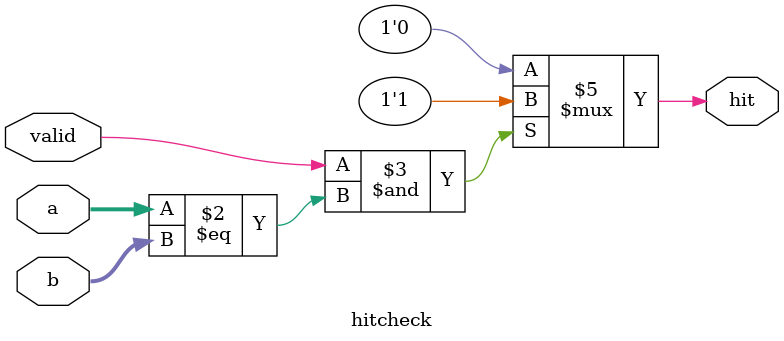
<source format=v>
`timescale 1ns / 1ps


module hitcheck #(parameter WIDTH=3)(
    input [WIDTH-1:0] a,b,
    input valid,
    output reg hit
    );
    
    always@(*)
    if(valid&(a==b)) hit<=1'b1;
    else hit<=1'b0;
    
endmodule

</source>
